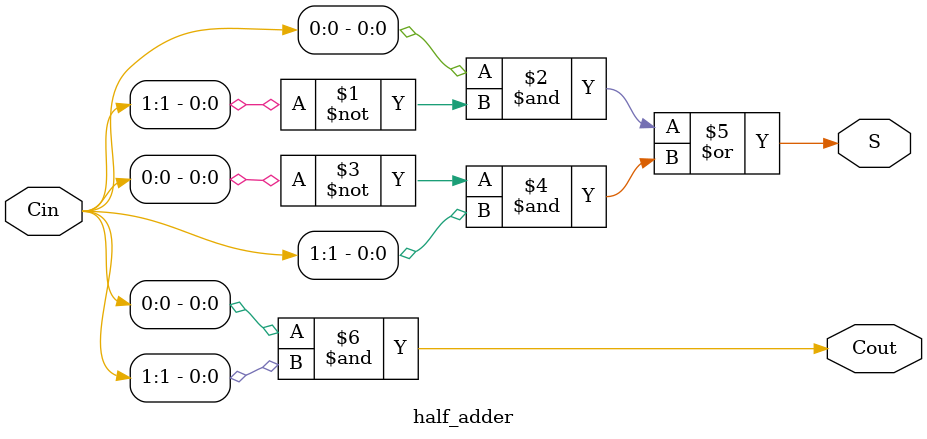
<source format=v>
module half_adder (
    input  wire [1:0]  Cin ,
    output wire        Cout,
    output wire        S    
);
    assign S    = (Cin[0]&~Cin[1])|(~Cin[0]&Cin[1]);
    assign Cout = Cin[0]&Cin[1];
endmodule
</source>
